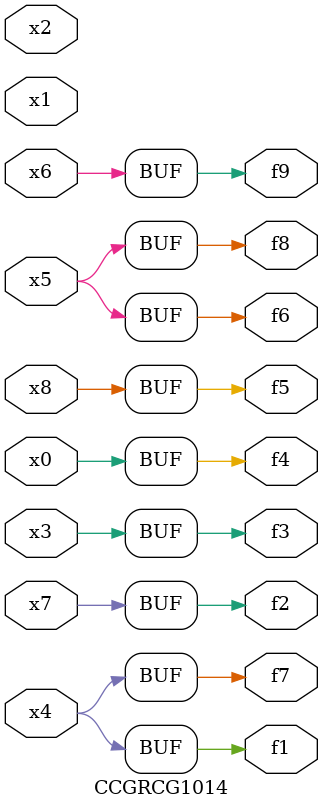
<source format=v>
module CCGRCG1014(
	input x0, x1, x2, x3, x4, x5, x6, x7, x8,
	output f1, f2, f3, f4, f5, f6, f7, f8, f9
);
	assign f1 = x4;
	assign f2 = x7;
	assign f3 = x3;
	assign f4 = x0;
	assign f5 = x8;
	assign f6 = x5;
	assign f7 = x4;
	assign f8 = x5;
	assign f9 = x6;
endmodule

</source>
